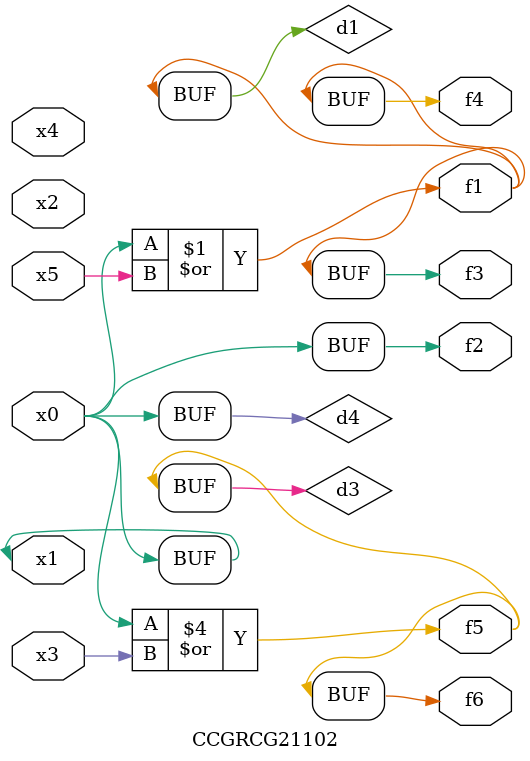
<source format=v>
module CCGRCG21102(
	input x0, x1, x2, x3, x4, x5,
	output f1, f2, f3, f4, f5, f6
);

	wire d1, d2, d3, d4;

	or (d1, x0, x5);
	xnor (d2, x1, x4);
	or (d3, x0, x3);
	buf (d4, x0, x1);
	assign f1 = d1;
	assign f2 = d4;
	assign f3 = d1;
	assign f4 = d1;
	assign f5 = d3;
	assign f6 = d3;
endmodule

</source>
